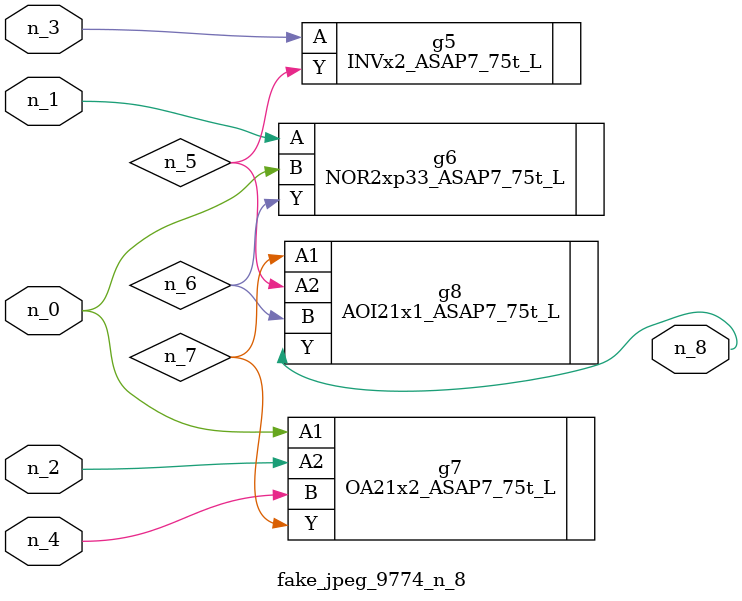
<source format=v>
module fake_jpeg_9774_n_8 (n_3, n_2, n_1, n_0, n_4, n_8);

input n_3;
input n_2;
input n_1;
input n_0;
input n_4;

output n_8;

wire n_6;
wire n_5;
wire n_7;

INVx2_ASAP7_75t_L g5 ( 
.A(n_3),
.Y(n_5)
);

NOR2xp33_ASAP7_75t_L g6 ( 
.A(n_1),
.B(n_0),
.Y(n_6)
);

OA21x2_ASAP7_75t_L g7 ( 
.A1(n_0),
.A2(n_2),
.B(n_4),
.Y(n_7)
);

AOI21x1_ASAP7_75t_L g8 ( 
.A1(n_7),
.A2(n_5),
.B(n_6),
.Y(n_8)
);


endmodule
</source>
